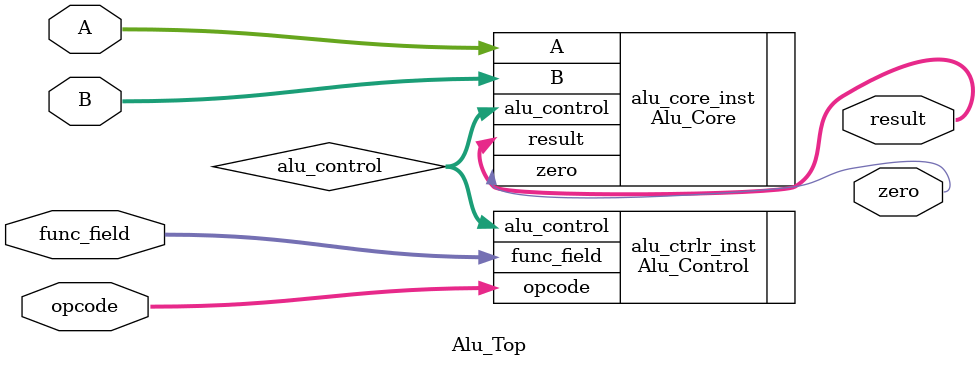
<source format=v>
module Alu_Top(
	opcode,
	func_field,
	A,
	B,
	result,
	zero
    );

input [5:0] opcode;
input [5:0] func_field;
input [31:0] A;
input [31:0] B;
output [31:0] result;
output zero;
wire [2:0] alu_control;

Alu_Control alu_ctrlr_inst (
.opcode (opcode),
.func_field (func_field),
.alu_control (alu_control)
);

Alu_Core alu_core_inst (
.A (A),
.B (B),
.alu_control (alu_control),
.result (result),
.zero (zero)
);

endmodule
</source>
